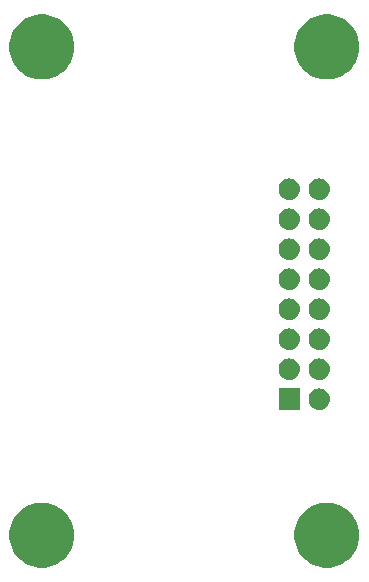
<source format=gbr>
G04 #@! TF.GenerationSoftware,KiCad,Pcbnew,(5.1.2)-1*
G04 #@! TF.CreationDate,2020-09-11T17:35:28+02:00*
G04 #@! TF.ProjectId,LEDadapter,4c454461-6461-4707-9465-722e6b696361,1.0*
G04 #@! TF.SameCoordinates,Original*
G04 #@! TF.FileFunction,Soldermask,Bot*
G04 #@! TF.FilePolarity,Negative*
%FSLAX46Y46*%
G04 Gerber Fmt 4.6, Leading zero omitted, Abs format (unit mm)*
G04 Created by KiCad (PCBNEW (5.1.2)-1) date 2020-09-11 17:35:28*
%MOMM*%
%LPD*%
G04 APERTURE LIST*
%ADD10C,0.100000*%
G04 APERTURE END LIST*
D10*
G36*
X109121694Y-107855360D02*
G01*
X109387437Y-107908219D01*
X109888087Y-108115595D01*
X110068561Y-108236184D01*
X110338660Y-108416658D01*
X110721842Y-108799840D01*
X110902316Y-109069939D01*
X111022905Y-109250413D01*
X111230281Y-109751063D01*
X111336000Y-110282550D01*
X111336000Y-110824450D01*
X111230281Y-111355937D01*
X111022905Y-111856587D01*
X110902316Y-112037061D01*
X110721842Y-112307160D01*
X110338660Y-112690342D01*
X110068561Y-112870816D01*
X109888087Y-112991405D01*
X109387437Y-113198781D01*
X109121694Y-113251640D01*
X108855951Y-113304500D01*
X108314049Y-113304500D01*
X108048306Y-113251640D01*
X107782563Y-113198781D01*
X107281913Y-112991405D01*
X107101439Y-112870816D01*
X106831340Y-112690342D01*
X106448158Y-112307160D01*
X106267684Y-112037061D01*
X106147095Y-111856587D01*
X105939719Y-111355937D01*
X105834000Y-110824450D01*
X105834000Y-110282550D01*
X105939719Y-109751063D01*
X106147095Y-109250413D01*
X106267684Y-109069939D01*
X106448158Y-108799840D01*
X106831340Y-108416658D01*
X107101439Y-108236184D01*
X107281913Y-108115595D01*
X107782563Y-107908219D01*
X108048306Y-107855360D01*
X108314049Y-107802500D01*
X108855951Y-107802500D01*
X109121694Y-107855360D01*
X109121694Y-107855360D01*
G37*
G36*
X84991694Y-107855360D02*
G01*
X85257437Y-107908219D01*
X85758087Y-108115595D01*
X85938561Y-108236184D01*
X86208660Y-108416658D01*
X86591842Y-108799840D01*
X86772316Y-109069939D01*
X86892905Y-109250413D01*
X87100281Y-109751063D01*
X87206000Y-110282550D01*
X87206000Y-110824450D01*
X87100281Y-111355937D01*
X86892905Y-111856587D01*
X86772316Y-112037061D01*
X86591842Y-112307160D01*
X86208660Y-112690342D01*
X85938561Y-112870816D01*
X85758087Y-112991405D01*
X85257437Y-113198781D01*
X84991694Y-113251640D01*
X84725951Y-113304500D01*
X84184049Y-113304500D01*
X83918306Y-113251640D01*
X83652563Y-113198781D01*
X83151913Y-112991405D01*
X82971439Y-112870816D01*
X82701340Y-112690342D01*
X82318158Y-112307160D01*
X82137684Y-112037061D01*
X82017095Y-111856587D01*
X81809719Y-111355937D01*
X81704000Y-110824450D01*
X81704000Y-110282550D01*
X81809719Y-109751063D01*
X82017095Y-109250413D01*
X82137684Y-109069939D01*
X82318158Y-108799840D01*
X82701340Y-108416658D01*
X82971439Y-108236184D01*
X83151913Y-108115595D01*
X83652563Y-107908219D01*
X83918306Y-107855360D01*
X84184049Y-107802500D01*
X84725951Y-107802500D01*
X84991694Y-107855360D01*
X84991694Y-107855360D01*
G37*
G36*
X108129294Y-98158633D02*
G01*
X108301695Y-98210931D01*
X108460583Y-98295858D01*
X108599849Y-98410151D01*
X108714142Y-98549417D01*
X108799069Y-98708305D01*
X108851367Y-98880706D01*
X108869025Y-99060000D01*
X108851367Y-99239294D01*
X108799069Y-99411695D01*
X108714142Y-99570583D01*
X108599849Y-99709849D01*
X108460583Y-99824142D01*
X108301695Y-99909069D01*
X108129294Y-99961367D01*
X107994931Y-99974600D01*
X107905069Y-99974600D01*
X107770706Y-99961367D01*
X107598305Y-99909069D01*
X107439417Y-99824142D01*
X107300151Y-99709849D01*
X107185858Y-99570583D01*
X107100931Y-99411695D01*
X107048633Y-99239294D01*
X107030975Y-99060000D01*
X107048633Y-98880706D01*
X107100931Y-98708305D01*
X107185858Y-98549417D01*
X107300151Y-98410151D01*
X107439417Y-98295858D01*
X107598305Y-98210931D01*
X107770706Y-98158633D01*
X107905069Y-98145400D01*
X107994931Y-98145400D01*
X108129294Y-98158633D01*
X108129294Y-98158633D01*
G37*
G36*
X106324600Y-99974600D02*
G01*
X104495400Y-99974600D01*
X104495400Y-98145400D01*
X106324600Y-98145400D01*
X106324600Y-99974600D01*
X106324600Y-99974600D01*
G37*
G36*
X105589294Y-95618633D02*
G01*
X105761695Y-95670931D01*
X105920583Y-95755858D01*
X106059849Y-95870151D01*
X106174142Y-96009417D01*
X106259069Y-96168305D01*
X106311367Y-96340706D01*
X106329025Y-96520000D01*
X106311367Y-96699294D01*
X106259069Y-96871695D01*
X106174142Y-97030583D01*
X106059849Y-97169849D01*
X105920583Y-97284142D01*
X105761695Y-97369069D01*
X105589294Y-97421367D01*
X105454931Y-97434600D01*
X105365069Y-97434600D01*
X105230706Y-97421367D01*
X105058305Y-97369069D01*
X104899417Y-97284142D01*
X104760151Y-97169849D01*
X104645858Y-97030583D01*
X104560931Y-96871695D01*
X104508633Y-96699294D01*
X104490975Y-96520000D01*
X104508633Y-96340706D01*
X104560931Y-96168305D01*
X104645858Y-96009417D01*
X104760151Y-95870151D01*
X104899417Y-95755858D01*
X105058305Y-95670931D01*
X105230706Y-95618633D01*
X105365069Y-95605400D01*
X105454931Y-95605400D01*
X105589294Y-95618633D01*
X105589294Y-95618633D01*
G37*
G36*
X108129294Y-95618633D02*
G01*
X108301695Y-95670931D01*
X108460583Y-95755858D01*
X108599849Y-95870151D01*
X108714142Y-96009417D01*
X108799069Y-96168305D01*
X108851367Y-96340706D01*
X108869025Y-96520000D01*
X108851367Y-96699294D01*
X108799069Y-96871695D01*
X108714142Y-97030583D01*
X108599849Y-97169849D01*
X108460583Y-97284142D01*
X108301695Y-97369069D01*
X108129294Y-97421367D01*
X107994931Y-97434600D01*
X107905069Y-97434600D01*
X107770706Y-97421367D01*
X107598305Y-97369069D01*
X107439417Y-97284142D01*
X107300151Y-97169849D01*
X107185858Y-97030583D01*
X107100931Y-96871695D01*
X107048633Y-96699294D01*
X107030975Y-96520000D01*
X107048633Y-96340706D01*
X107100931Y-96168305D01*
X107185858Y-96009417D01*
X107300151Y-95870151D01*
X107439417Y-95755858D01*
X107598305Y-95670931D01*
X107770706Y-95618633D01*
X107905069Y-95605400D01*
X107994931Y-95605400D01*
X108129294Y-95618633D01*
X108129294Y-95618633D01*
G37*
G36*
X108129294Y-93078633D02*
G01*
X108301695Y-93130931D01*
X108460583Y-93215858D01*
X108599849Y-93330151D01*
X108714142Y-93469417D01*
X108799069Y-93628305D01*
X108851367Y-93800706D01*
X108869025Y-93980000D01*
X108851367Y-94159294D01*
X108799069Y-94331695D01*
X108714142Y-94490583D01*
X108599849Y-94629849D01*
X108460583Y-94744142D01*
X108301695Y-94829069D01*
X108129294Y-94881367D01*
X107994931Y-94894600D01*
X107905069Y-94894600D01*
X107770706Y-94881367D01*
X107598305Y-94829069D01*
X107439417Y-94744142D01*
X107300151Y-94629849D01*
X107185858Y-94490583D01*
X107100931Y-94331695D01*
X107048633Y-94159294D01*
X107030975Y-93980000D01*
X107048633Y-93800706D01*
X107100931Y-93628305D01*
X107185858Y-93469417D01*
X107300151Y-93330151D01*
X107439417Y-93215858D01*
X107598305Y-93130931D01*
X107770706Y-93078633D01*
X107905069Y-93065400D01*
X107994931Y-93065400D01*
X108129294Y-93078633D01*
X108129294Y-93078633D01*
G37*
G36*
X105589294Y-93078633D02*
G01*
X105761695Y-93130931D01*
X105920583Y-93215858D01*
X106059849Y-93330151D01*
X106174142Y-93469417D01*
X106259069Y-93628305D01*
X106311367Y-93800706D01*
X106329025Y-93980000D01*
X106311367Y-94159294D01*
X106259069Y-94331695D01*
X106174142Y-94490583D01*
X106059849Y-94629849D01*
X105920583Y-94744142D01*
X105761695Y-94829069D01*
X105589294Y-94881367D01*
X105454931Y-94894600D01*
X105365069Y-94894600D01*
X105230706Y-94881367D01*
X105058305Y-94829069D01*
X104899417Y-94744142D01*
X104760151Y-94629849D01*
X104645858Y-94490583D01*
X104560931Y-94331695D01*
X104508633Y-94159294D01*
X104490975Y-93980000D01*
X104508633Y-93800706D01*
X104560931Y-93628305D01*
X104645858Y-93469417D01*
X104760151Y-93330151D01*
X104899417Y-93215858D01*
X105058305Y-93130931D01*
X105230706Y-93078633D01*
X105365069Y-93065400D01*
X105454931Y-93065400D01*
X105589294Y-93078633D01*
X105589294Y-93078633D01*
G37*
G36*
X105589294Y-90538633D02*
G01*
X105761695Y-90590931D01*
X105920583Y-90675858D01*
X106059849Y-90790151D01*
X106174142Y-90929417D01*
X106259069Y-91088305D01*
X106311367Y-91260706D01*
X106329025Y-91440000D01*
X106311367Y-91619294D01*
X106259069Y-91791695D01*
X106174142Y-91950583D01*
X106059849Y-92089849D01*
X105920583Y-92204142D01*
X105761695Y-92289069D01*
X105589294Y-92341367D01*
X105454931Y-92354600D01*
X105365069Y-92354600D01*
X105230706Y-92341367D01*
X105058305Y-92289069D01*
X104899417Y-92204142D01*
X104760151Y-92089849D01*
X104645858Y-91950583D01*
X104560931Y-91791695D01*
X104508633Y-91619294D01*
X104490975Y-91440000D01*
X104508633Y-91260706D01*
X104560931Y-91088305D01*
X104645858Y-90929417D01*
X104760151Y-90790151D01*
X104899417Y-90675858D01*
X105058305Y-90590931D01*
X105230706Y-90538633D01*
X105365069Y-90525400D01*
X105454931Y-90525400D01*
X105589294Y-90538633D01*
X105589294Y-90538633D01*
G37*
G36*
X108129294Y-90538633D02*
G01*
X108301695Y-90590931D01*
X108460583Y-90675858D01*
X108599849Y-90790151D01*
X108714142Y-90929417D01*
X108799069Y-91088305D01*
X108851367Y-91260706D01*
X108869025Y-91440000D01*
X108851367Y-91619294D01*
X108799069Y-91791695D01*
X108714142Y-91950583D01*
X108599849Y-92089849D01*
X108460583Y-92204142D01*
X108301695Y-92289069D01*
X108129294Y-92341367D01*
X107994931Y-92354600D01*
X107905069Y-92354600D01*
X107770706Y-92341367D01*
X107598305Y-92289069D01*
X107439417Y-92204142D01*
X107300151Y-92089849D01*
X107185858Y-91950583D01*
X107100931Y-91791695D01*
X107048633Y-91619294D01*
X107030975Y-91440000D01*
X107048633Y-91260706D01*
X107100931Y-91088305D01*
X107185858Y-90929417D01*
X107300151Y-90790151D01*
X107439417Y-90675858D01*
X107598305Y-90590931D01*
X107770706Y-90538633D01*
X107905069Y-90525400D01*
X107994931Y-90525400D01*
X108129294Y-90538633D01*
X108129294Y-90538633D01*
G37*
G36*
X105589294Y-87998633D02*
G01*
X105761695Y-88050931D01*
X105920583Y-88135858D01*
X106059849Y-88250151D01*
X106174142Y-88389417D01*
X106259069Y-88548305D01*
X106311367Y-88720706D01*
X106329025Y-88900000D01*
X106311367Y-89079294D01*
X106259069Y-89251695D01*
X106174142Y-89410583D01*
X106059849Y-89549849D01*
X105920583Y-89664142D01*
X105761695Y-89749069D01*
X105589294Y-89801367D01*
X105454931Y-89814600D01*
X105365069Y-89814600D01*
X105230706Y-89801367D01*
X105058305Y-89749069D01*
X104899417Y-89664142D01*
X104760151Y-89549849D01*
X104645858Y-89410583D01*
X104560931Y-89251695D01*
X104508633Y-89079294D01*
X104490975Y-88900000D01*
X104508633Y-88720706D01*
X104560931Y-88548305D01*
X104645858Y-88389417D01*
X104760151Y-88250151D01*
X104899417Y-88135858D01*
X105058305Y-88050931D01*
X105230706Y-87998633D01*
X105365069Y-87985400D01*
X105454931Y-87985400D01*
X105589294Y-87998633D01*
X105589294Y-87998633D01*
G37*
G36*
X108129294Y-87998633D02*
G01*
X108301695Y-88050931D01*
X108460583Y-88135858D01*
X108599849Y-88250151D01*
X108714142Y-88389417D01*
X108799069Y-88548305D01*
X108851367Y-88720706D01*
X108869025Y-88900000D01*
X108851367Y-89079294D01*
X108799069Y-89251695D01*
X108714142Y-89410583D01*
X108599849Y-89549849D01*
X108460583Y-89664142D01*
X108301695Y-89749069D01*
X108129294Y-89801367D01*
X107994931Y-89814600D01*
X107905069Y-89814600D01*
X107770706Y-89801367D01*
X107598305Y-89749069D01*
X107439417Y-89664142D01*
X107300151Y-89549849D01*
X107185858Y-89410583D01*
X107100931Y-89251695D01*
X107048633Y-89079294D01*
X107030975Y-88900000D01*
X107048633Y-88720706D01*
X107100931Y-88548305D01*
X107185858Y-88389417D01*
X107300151Y-88250151D01*
X107439417Y-88135858D01*
X107598305Y-88050931D01*
X107770706Y-87998633D01*
X107905069Y-87985400D01*
X107994931Y-87985400D01*
X108129294Y-87998633D01*
X108129294Y-87998633D01*
G37*
G36*
X105589294Y-85458633D02*
G01*
X105761695Y-85510931D01*
X105920583Y-85595858D01*
X106059849Y-85710151D01*
X106174142Y-85849417D01*
X106259069Y-86008305D01*
X106311367Y-86180706D01*
X106329025Y-86360000D01*
X106311367Y-86539294D01*
X106259069Y-86711695D01*
X106174142Y-86870583D01*
X106059849Y-87009849D01*
X105920583Y-87124142D01*
X105761695Y-87209069D01*
X105589294Y-87261367D01*
X105454931Y-87274600D01*
X105365069Y-87274600D01*
X105230706Y-87261367D01*
X105058305Y-87209069D01*
X104899417Y-87124142D01*
X104760151Y-87009849D01*
X104645858Y-86870583D01*
X104560931Y-86711695D01*
X104508633Y-86539294D01*
X104490975Y-86360000D01*
X104508633Y-86180706D01*
X104560931Y-86008305D01*
X104645858Y-85849417D01*
X104760151Y-85710151D01*
X104899417Y-85595858D01*
X105058305Y-85510931D01*
X105230706Y-85458633D01*
X105365069Y-85445400D01*
X105454931Y-85445400D01*
X105589294Y-85458633D01*
X105589294Y-85458633D01*
G37*
G36*
X108129294Y-85458633D02*
G01*
X108301695Y-85510931D01*
X108460583Y-85595858D01*
X108599849Y-85710151D01*
X108714142Y-85849417D01*
X108799069Y-86008305D01*
X108851367Y-86180706D01*
X108869025Y-86360000D01*
X108851367Y-86539294D01*
X108799069Y-86711695D01*
X108714142Y-86870583D01*
X108599849Y-87009849D01*
X108460583Y-87124142D01*
X108301695Y-87209069D01*
X108129294Y-87261367D01*
X107994931Y-87274600D01*
X107905069Y-87274600D01*
X107770706Y-87261367D01*
X107598305Y-87209069D01*
X107439417Y-87124142D01*
X107300151Y-87009849D01*
X107185858Y-86870583D01*
X107100931Y-86711695D01*
X107048633Y-86539294D01*
X107030975Y-86360000D01*
X107048633Y-86180706D01*
X107100931Y-86008305D01*
X107185858Y-85849417D01*
X107300151Y-85710151D01*
X107439417Y-85595858D01*
X107598305Y-85510931D01*
X107770706Y-85458633D01*
X107905069Y-85445400D01*
X107994931Y-85445400D01*
X108129294Y-85458633D01*
X108129294Y-85458633D01*
G37*
G36*
X105589294Y-82918633D02*
G01*
X105761695Y-82970931D01*
X105920583Y-83055858D01*
X106059849Y-83170151D01*
X106174142Y-83309417D01*
X106259069Y-83468305D01*
X106311367Y-83640706D01*
X106329025Y-83820000D01*
X106311367Y-83999294D01*
X106259069Y-84171695D01*
X106174142Y-84330583D01*
X106059849Y-84469849D01*
X105920583Y-84584142D01*
X105761695Y-84669069D01*
X105589294Y-84721367D01*
X105454931Y-84734600D01*
X105365069Y-84734600D01*
X105230706Y-84721367D01*
X105058305Y-84669069D01*
X104899417Y-84584142D01*
X104760151Y-84469849D01*
X104645858Y-84330583D01*
X104560931Y-84171695D01*
X104508633Y-83999294D01*
X104490975Y-83820000D01*
X104508633Y-83640706D01*
X104560931Y-83468305D01*
X104645858Y-83309417D01*
X104760151Y-83170151D01*
X104899417Y-83055858D01*
X105058305Y-82970931D01*
X105230706Y-82918633D01*
X105365069Y-82905400D01*
X105454931Y-82905400D01*
X105589294Y-82918633D01*
X105589294Y-82918633D01*
G37*
G36*
X108129294Y-82918633D02*
G01*
X108301695Y-82970931D01*
X108460583Y-83055858D01*
X108599849Y-83170151D01*
X108714142Y-83309417D01*
X108799069Y-83468305D01*
X108851367Y-83640706D01*
X108869025Y-83820000D01*
X108851367Y-83999294D01*
X108799069Y-84171695D01*
X108714142Y-84330583D01*
X108599849Y-84469849D01*
X108460583Y-84584142D01*
X108301695Y-84669069D01*
X108129294Y-84721367D01*
X107994931Y-84734600D01*
X107905069Y-84734600D01*
X107770706Y-84721367D01*
X107598305Y-84669069D01*
X107439417Y-84584142D01*
X107300151Y-84469849D01*
X107185858Y-84330583D01*
X107100931Y-84171695D01*
X107048633Y-83999294D01*
X107030975Y-83820000D01*
X107048633Y-83640706D01*
X107100931Y-83468305D01*
X107185858Y-83309417D01*
X107300151Y-83170151D01*
X107439417Y-83055858D01*
X107598305Y-82970931D01*
X107770706Y-82918633D01*
X107905069Y-82905400D01*
X107994931Y-82905400D01*
X108129294Y-82918633D01*
X108129294Y-82918633D01*
G37*
G36*
X105589294Y-80378633D02*
G01*
X105761695Y-80430931D01*
X105920583Y-80515858D01*
X106059849Y-80630151D01*
X106174142Y-80769417D01*
X106259069Y-80928305D01*
X106311367Y-81100706D01*
X106329025Y-81280000D01*
X106311367Y-81459294D01*
X106259069Y-81631695D01*
X106174142Y-81790583D01*
X106059849Y-81929849D01*
X105920583Y-82044142D01*
X105761695Y-82129069D01*
X105589294Y-82181367D01*
X105454931Y-82194600D01*
X105365069Y-82194600D01*
X105230706Y-82181367D01*
X105058305Y-82129069D01*
X104899417Y-82044142D01*
X104760151Y-81929849D01*
X104645858Y-81790583D01*
X104560931Y-81631695D01*
X104508633Y-81459294D01*
X104490975Y-81280000D01*
X104508633Y-81100706D01*
X104560931Y-80928305D01*
X104645858Y-80769417D01*
X104760151Y-80630151D01*
X104899417Y-80515858D01*
X105058305Y-80430931D01*
X105230706Y-80378633D01*
X105365069Y-80365400D01*
X105454931Y-80365400D01*
X105589294Y-80378633D01*
X105589294Y-80378633D01*
G37*
G36*
X108129294Y-80378633D02*
G01*
X108301695Y-80430931D01*
X108460583Y-80515858D01*
X108599849Y-80630151D01*
X108714142Y-80769417D01*
X108799069Y-80928305D01*
X108851367Y-81100706D01*
X108869025Y-81280000D01*
X108851367Y-81459294D01*
X108799069Y-81631695D01*
X108714142Y-81790583D01*
X108599849Y-81929849D01*
X108460583Y-82044142D01*
X108301695Y-82129069D01*
X108129294Y-82181367D01*
X107994931Y-82194600D01*
X107905069Y-82194600D01*
X107770706Y-82181367D01*
X107598305Y-82129069D01*
X107439417Y-82044142D01*
X107300151Y-81929849D01*
X107185858Y-81790583D01*
X107100931Y-81631695D01*
X107048633Y-81459294D01*
X107030975Y-81280000D01*
X107048633Y-81100706D01*
X107100931Y-80928305D01*
X107185858Y-80769417D01*
X107300151Y-80630151D01*
X107439417Y-80515858D01*
X107598305Y-80430931D01*
X107770706Y-80378633D01*
X107905069Y-80365400D01*
X107994931Y-80365400D01*
X108129294Y-80378633D01*
X108129294Y-80378633D01*
G37*
G36*
X109121693Y-66516859D02*
G01*
X109387437Y-66569719D01*
X109888087Y-66777095D01*
X110068561Y-66897684D01*
X110338660Y-67078158D01*
X110721842Y-67461340D01*
X110902316Y-67731439D01*
X111022905Y-67911913D01*
X111230281Y-68412563D01*
X111336000Y-68944050D01*
X111336000Y-69485950D01*
X111230281Y-70017437D01*
X111022905Y-70518087D01*
X110902316Y-70698561D01*
X110721842Y-70968660D01*
X110338660Y-71351842D01*
X110068561Y-71532316D01*
X109888087Y-71652905D01*
X109387437Y-71860281D01*
X109121693Y-71913141D01*
X108855951Y-71966000D01*
X108314049Y-71966000D01*
X108048307Y-71913141D01*
X107782563Y-71860281D01*
X107281913Y-71652905D01*
X107101439Y-71532316D01*
X106831340Y-71351842D01*
X106448158Y-70968660D01*
X106267684Y-70698561D01*
X106147095Y-70518087D01*
X105939719Y-70017437D01*
X105834000Y-69485950D01*
X105834000Y-68944050D01*
X105939719Y-68412563D01*
X106147095Y-67911913D01*
X106267684Y-67731439D01*
X106448158Y-67461340D01*
X106831340Y-67078158D01*
X107101439Y-66897684D01*
X107281913Y-66777095D01*
X107782563Y-66569719D01*
X108048307Y-66516859D01*
X108314049Y-66464000D01*
X108855951Y-66464000D01*
X109121693Y-66516859D01*
X109121693Y-66516859D01*
G37*
G36*
X84991693Y-66516859D02*
G01*
X85257437Y-66569719D01*
X85758087Y-66777095D01*
X85938561Y-66897684D01*
X86208660Y-67078158D01*
X86591842Y-67461340D01*
X86772316Y-67731439D01*
X86892905Y-67911913D01*
X87100281Y-68412563D01*
X87206000Y-68944050D01*
X87206000Y-69485950D01*
X87100281Y-70017437D01*
X86892905Y-70518087D01*
X86772316Y-70698561D01*
X86591842Y-70968660D01*
X86208660Y-71351842D01*
X85938561Y-71532316D01*
X85758087Y-71652905D01*
X85257437Y-71860281D01*
X84991693Y-71913141D01*
X84725951Y-71966000D01*
X84184049Y-71966000D01*
X83918307Y-71913141D01*
X83652563Y-71860281D01*
X83151913Y-71652905D01*
X82971439Y-71532316D01*
X82701340Y-71351842D01*
X82318158Y-70968660D01*
X82137684Y-70698561D01*
X82017095Y-70518087D01*
X81809719Y-70017437D01*
X81704000Y-69485950D01*
X81704000Y-68944050D01*
X81809719Y-68412563D01*
X82017095Y-67911913D01*
X82137684Y-67731439D01*
X82318158Y-67461340D01*
X82701340Y-67078158D01*
X82971439Y-66897684D01*
X83151913Y-66777095D01*
X83652563Y-66569719D01*
X83918307Y-66516859D01*
X84184049Y-66464000D01*
X84725951Y-66464000D01*
X84991693Y-66516859D01*
X84991693Y-66516859D01*
G37*
M02*

</source>
